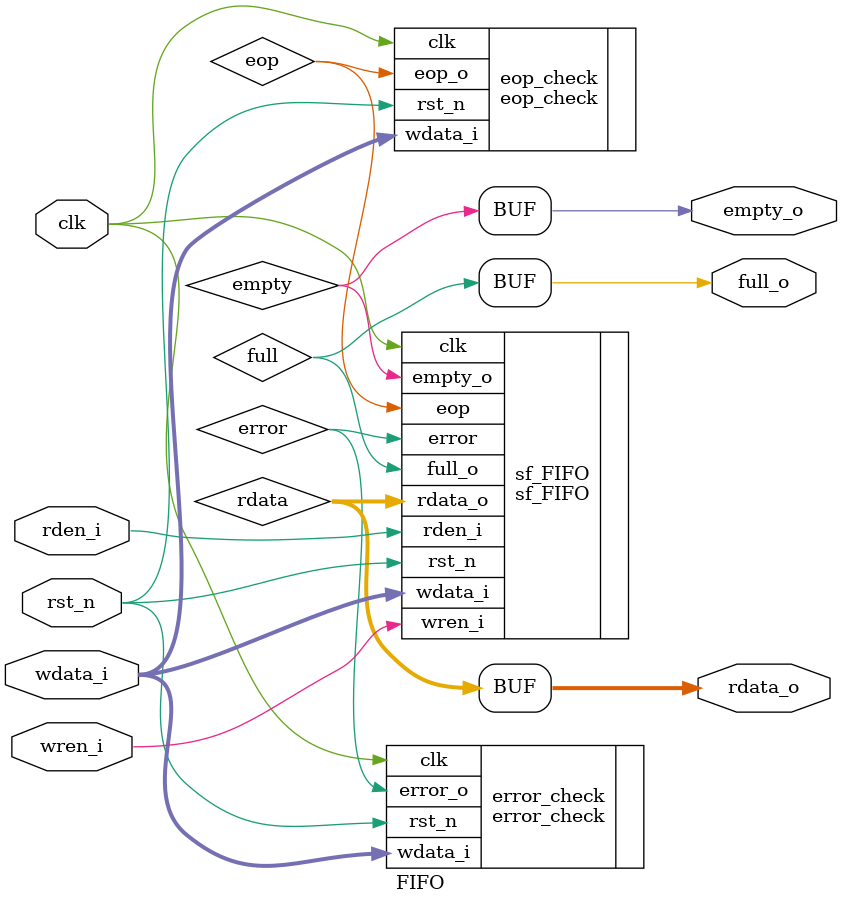
<source format=sv>
module FIFO #(
    parameter       DEPTH_LG2           = 4,
    parameter       DATA_WIDTH          = 32,
    parameter       RST_MEM             = 0     // 0: do not apply reset to the memory
)
(
    input   wire                        clk,
    input   wire                        rst_n,

    output  wire                        full_o,
    input   wire                        wren_i,
    input   wire    [DATA_WIDTH-1:0]    wdata_i,

    output  wire                        empty_o,
    input   wire                        rden_i,
    output  wire    [DATA_WIDTH-1:0]    rdata_o
);

    wire                                full;
    wire                                empty;
    wire            [DATA_WIDTH-1:0]    rdata;
    wire                                error;
    wire                                eop;

    sf_FIFO #(
        .DEPTH_LG2           (DEPTH_LG2),
        .DATA_WIDTH          (DATA_WIDTH),
        .RST_MEM             (RST_MEM)     // 0: do not apply reset to the memory
    )
    sf_FIFO
    (
        .clk             (clk),
        .rst_n           (rst_n),

        .error           (error),

        .full_o          (full),
        .wren_i          (wren_i),
        .wdata_i         (wdata_i),

        .empty_o         (empty),
        .rden_i          (rden_i),
        .rdata_o         (rdata),

        .eop             (eop),
        .error           (error)
    );
   
   error_check error_check(
        .clk             (clk),
        .rst_n           (rst_n),
        
        .wdata_i         (wdata_i),
        .error_o         (error)
   );

    eop_check eop_check(
        .clk             (clk),
        .rst_n           (rst_n),
        
        .wdata_i         (wdata_i),
        .eop_o           (eop)
   );
 
    assign  full_o                      = full;
    assign  empty_o                     = empty;
    assign  rdata_o                     = rdata;

endmodule
</source>
